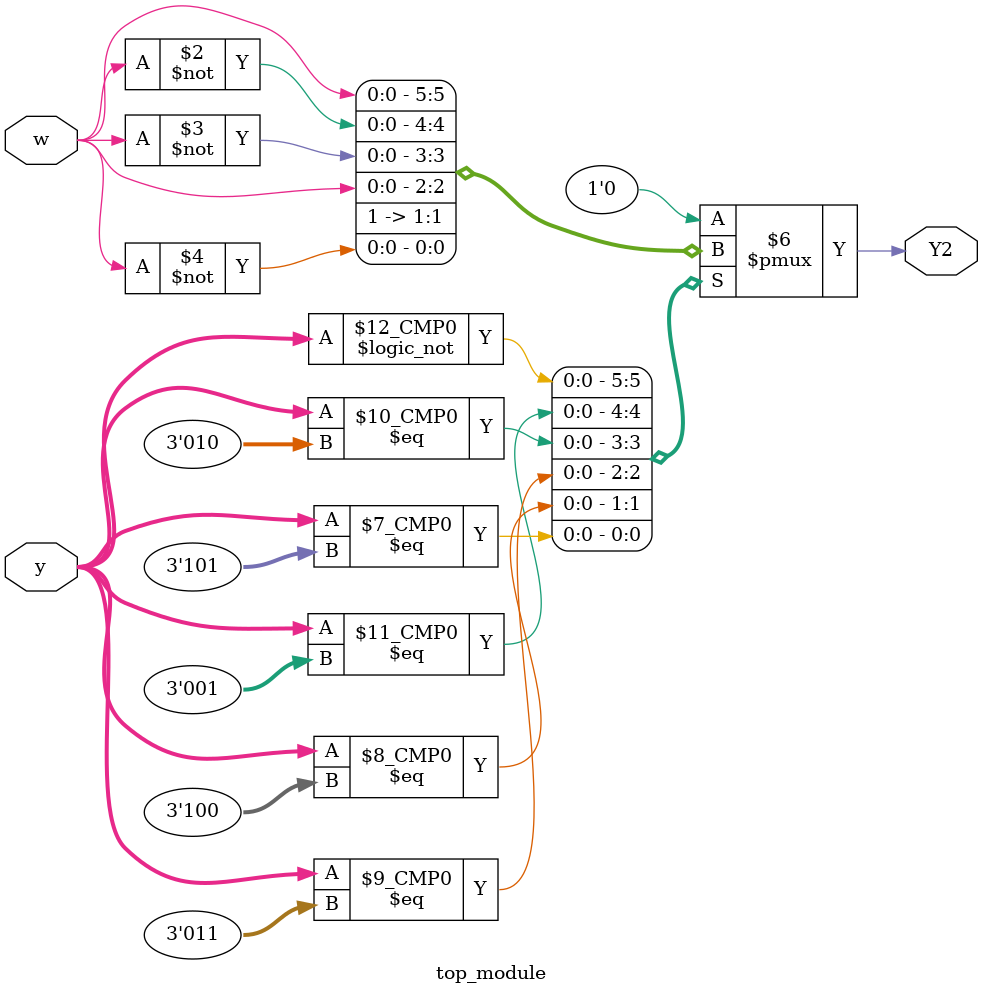
<source format=sv>
module top_module(
    input [3:1] y,
    input w,
    output reg Y2
);

always @(*) begin
    case (y)
        3'b000: // State A
            Y2 = w;
        3'b001: // State B
            Y2 = ~w;
        3'b010: // State C
            Y2 = ~w;
        3'b011: // State D
            Y2 = w;
        3'b100: // State E
            Y2 = 1'b1;
        3'b101: // State F
            Y2 = ~w;
        default:
            Y2 = 1'b0;
    endcase
end

endmodule

</source>
